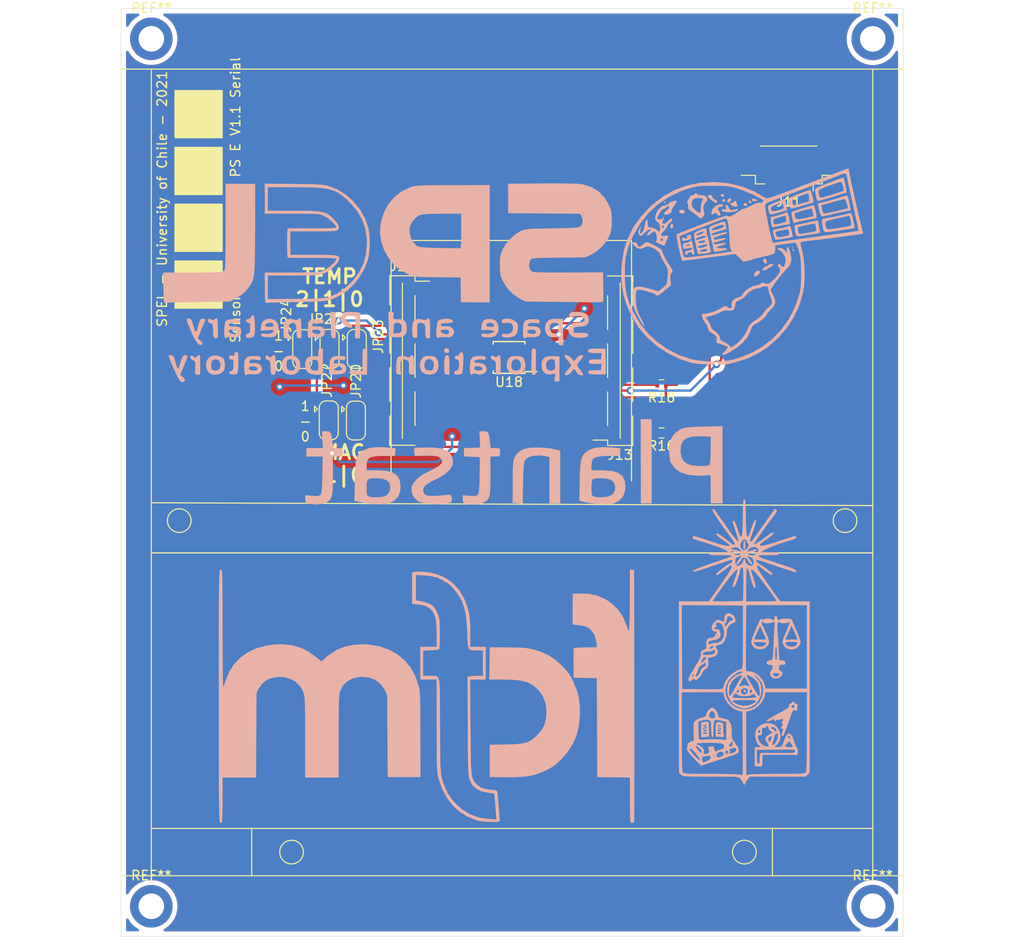
<source format=kicad_pcb>
(kicad_pcb (version 20171130) (host pcbnew "(5.1.2)-2")
  (layers (0 F.Cu signal) (31 B.Cu signal) (34 B.Paste user) (35 F.Paste user) (36 B.SilkS user) (37 F.SilkS user) (38 B.Mask user) (39 F.Mask user) (44 Edge.Cuts user))
  (net 0 "")
  (net 1 RPI_SCL)
  (net 2 RPI_SDA)
  (net 3 GND)
  (net 4 MAG_3V3)
  (net 5 "Net-(J13-Pad5)")
  (net 6 "Net-(J13-Pad6)")
  (net 7 MAG2_BIT0)
  (net 8 MAG2_BIT1)
  (net 9 "Net-(J15-Pad2)")
  (net 10 "Net-(J15-Pad4)")
  (net 11 "Net-(J15-Pad1)")
  (net 12 MAG2_A0)
  (net 13 MAG2_A2)
  (net 14 MAG2_A1)
  (net 15 "Net-(U18-Pad3)")
  (module L86:plantsat2 (layer B.Cu) (at 163.03 189.08 180)
    (fp_text reference G*** hide)
    (fp_text value LOGO hide)
  )
  (module L86:SPEL_logo (layer B.Cu) (at 163.02 169.2 180)
    (fp_text reference G*** hide)
    (fp_text value LOGO hide)
  )
  (module L86:FCFM (layer B.Cu) (at 163.95 212.06 180)
    (fp_text reference G*** hide)
    (fp_text value LOGO hide)
  )
  (module Mounting_Holes:MountingHole_2.7mm_M2.5_ISO14580_Pad (layer F.Cu) (at 200.99 235.81)
    (fp_text reference REF** (at 0 -3.25) (layer F.SilkS))
    (fp_text value MountingHole_2.7mm_M2.5_ISO14580_Pad)
    (pad 1 thru_hole circle (at 0 0) (size 4.5 4.5) (drill 2.7) (layers *.Cu *.Mask))
  )
  (module Mounting_Holes:MountingHole_2.7mm_M2.5_ISO14580_Pad (layer F.Cu) (at 124.8 235.82)
    (fp_text reference REF** (at 0 -3.25) (layer F.SilkS))
    (fp_text value MountingHole_2.7mm_M2.5_ISO14580_Pad)
    (pad 1 thru_hole circle (at 0 0) (size 4.5 4.5) (drill 2.7) (layers *.Cu *.Mask))
  )
  (module Mounting_Holes:MountingHole_2.7mm_M2.5_ISO14580_Pad (layer F.Cu) (at 201 144.21)
    (fp_text reference REF** (at 0 -3.25) (layer F.SilkS))
    (fp_text value MountingHole_2.7mm_M2.5_ISO14580_Pad)
    (pad 1 thru_hole circle (at 0 0) (size 4.5 4.5) (drill 2.7) (layers *.Cu *.Mask))
  )
  (module Mounting_Holes:MountingHole_2.7mm_M2.5_ISO14580_Pad (layer F.Cu) (at 124.8 144.2)
    (fp_text reference REF** (at 0 -3.25) (layer F.SilkS))
    (fp_text value MountingHole_2.7mm_M2.5_ISO14580_Pad)
    (pad 1 thru_hole circle (at 0 0) (size 4.5 4.5) (drill 2.7) (layers *.Cu *.Mask))
  )
  (module Connectors_Molex:Molex_PicoBlade_53398-0471_04x1.25mm_Straight (layer F.Cu) (at 192.13 158.15 180)
    (fp_text reference J11 (at 0 -3.25) (layer F.SilkS))
    (fp_text value Conn_01x04_Male)
    (pad 1 smd rect (at -1.875 -1.375 180) (size 0.8 1.5) (layers F.Cu F.Paste F.Mask) (net 3 GND))
    (pad 2 smd rect (at -0.625 -1.375 180) (size 0.8 1.5) (layers F.Cu F.Paste F.Mask) (net 2 RPI_SDA))
    (pad 3 smd rect (at 0.625 -1.375 180) (size 0.8 1.5) (layers F.Cu F.Paste F.Mask) (net 1 RPI_SCL))
    (pad 4 smd rect (at 1.875 -1.375 180) (size 0.8 1.5) (layers F.Cu F.Paste F.Mask) (net 4 MAG_3V3))
    (pad "" smd rect (at -4.375 1.375 180) (size 2.2 3.1) (layers F.Cu F.Paste F.Mask))
    (pad "" smd rect (at 4.375 1.375 180) (size 2.2 3.1) (layers F.Cu F.Paste F.Mask))
  )
  (module Pin_Headers:Pin_Header_Straight_1x07_Pitch2.54mm_SMD_Pin1Right (layer F.Cu) (at 174.32 178.2 180)
    (fp_text reference J13 (at 0 -9.95) (layer F.SilkS))
    (fp_text value Conn_01x07_Female)
    (pad 7 smd rect (at 1.655 7.62 180) (size 2.51 1) (layers F.Cu F.Paste F.Mask) (net 3 GND))
    (pad 5 smd rect (at 1.655 2.54 180) (size 2.51 1) (layers F.Cu F.Paste F.Mask) (net 5 "Net-(J13-Pad5)"))
    (pad 3 smd rect (at 1.655 -2.54 180) (size 2.51 1) (layers F.Cu F.Paste F.Mask) (net 2 RPI_SDA))
    (pad 1 smd rect (at 1.655 -7.62 180) (size 2.51 1) (layers F.Cu F.Paste F.Mask) (net 1 RPI_SCL))
    (pad 6 smd rect (at -1.655 5.08 180) (size 2.51 1) (layers F.Cu F.Paste F.Mask) (net 6 "Net-(J13-Pad6)"))
    (pad 4 smd rect (at -1.655 0 180) (size 2.51 1) (layers F.Cu F.Paste F.Mask) (net 7 MAG2_BIT0))
    (pad 2 smd rect (at -1.655 -5.08 180) (size 2.51 1) (layers F.Cu F.Paste F.Mask) (net 8 MAG2_BIT1))
  )
  (module Pin_Headers:Pin_Header_Straight_1x07_Pitch2.54mm_SMD_Pin1Right (layer F.Cu) (at 151.32 178.18)
    (fp_text reference J15 (at 0 -9.95) (layer F.SilkS))
    (fp_text value Conn_01x07_Female)
    (pad 2 smd rect (at -1.655 -5.08) (size 2.51 1) (layers F.Cu F.Paste F.Mask) (net 9 "Net-(J15-Pad2)"))
    (pad 4 smd rect (at -1.655 0) (size 2.51 1) (layers F.Cu F.Paste F.Mask) (net 10 "Net-(J15-Pad4)"))
    (pad 6 smd rect (at -1.655 5.08) (size 2.51 1) (layers F.Cu F.Paste F.Mask) (net 4 MAG_3V3))
    (pad 1 smd rect (at 1.655 -7.62) (size 2.51 1) (layers F.Cu F.Paste F.Mask) (net 11 "Net-(J15-Pad1)"))
    (pad 3 smd rect (at 1.655 -2.54) (size 2.51 1) (layers F.Cu F.Paste F.Mask) (net 4 MAG_3V3))
    (pad 5 smd rect (at 1.655 2.54) (size 2.51 1) (layers F.Cu F.Paste F.Mask) (net 4 MAG_3V3))
    (pad 7 smd rect (at 1.655 7.62) (size 2.51 1) (layers F.Cu F.Paste F.Mask) (net 3 GND))
  )
  (module Jumper:SolderJumper-3_P1.3mm_Open_RoundedPad1.0x1.5mm (layer F.Cu) (at 146.41 184.52 270)
    (fp_text reference JP20 (at -4.16 -0.01 90) (layer F.SilkS))
    (fp_text value Jumper_3_Open)
    (pad 1 smd custom (at -1.3 0 270) (size 1 0.5) (layers F.Cu F.Mask) (net 4 MAG_3V3) (options (clearance outline) (anchor rect)) (primitives (gr_circle (center 0 0.25) (end 0.5 0.25) (width 0)) (gr_circle (center 0 -0.25) (end 0.5 -0.25) (width 0)) (gr_poly (pts (xy 0.55 -0.75) (xy 0 -0.75) (xy 0 0.75) (xy 0.55 0.75)) (width 0))))
    (pad 3 smd custom (at 1.3 0 270) (size 1 0.5) (layers F.Cu F.Mask) (net 3 GND) (options (clearance outline) (anchor rect)) (primitives (gr_circle (center 0 0.25) (end 0.5 0.25) (width 0)) (gr_circle (center 0 -0.25) (end 0.5 -0.25) (width 0)) (gr_poly (pts (xy -0.55 -0.75) (xy 0 -0.75) (xy 0 0.75) (xy -0.55 0.75)) (width 0))))
    (pad 2 smd rect (at 0 0 270) (size 1 1.5) (layers F.Cu F.Mask) (net 7 MAG2_BIT0))
  )
  (module Jumper:SolderJumper-3_P1.3mm_Open_RoundedPad1.0x1.5mm (layer F.Cu) (at 143.54 184.5 270)
    (fp_text reference JP22 (at -4.21 0.19 90) (layer F.SilkS))
    (fp_text value Jumper_3_Open)
    (pad 2 smd rect (at 0 0 270) (size 1 1.5) (layers F.Cu F.Mask) (net 8 MAG2_BIT1))
    (pad 3 smd custom (at 1.3 0 270) (size 1 0.5) (layers F.Cu F.Mask) (net 3 GND) (options (clearance outline) (anchor rect)) (primitives (gr_circle (center 0 0.25) (end 0.5 0.25) (width 0)) (gr_circle (center 0 -0.25) (end 0.5 -0.25) (width 0)) (gr_poly (pts (xy -0.55 -0.75) (xy 0 -0.75) (xy 0 0.75) (xy -0.55 0.75)) (width 0))))
    (pad 1 smd custom (at -1.3 0 270) (size 1 0.5) (layers F.Cu F.Mask) (net 4 MAG_3V3) (options (clearance outline) (anchor rect)) (primitives (gr_circle (center 0 0.25) (end 0.5 0.25) (width 0)) (gr_circle (center 0 -0.25) (end 0.5 -0.25) (width 0)) (gr_poly (pts (xy 0.55 -0.75) (xy 0 -0.75) (xy 0 0.75) (xy 0.55 0.75)) (width 0))))
  )
  (module Resistors_SMD:R_0402 (layer F.Cu) (at 178.7 185.83 180)
    (fp_text reference R16 (at 0 -1.35) (layer F.SilkS))
    (fp_text value R)
    (pad 2 smd rect (at 0.45 0 180) (size 0.4 0.6) (layers F.Cu F.Paste F.Mask) (net 1 RPI_SCL))
    (pad 1 smd rect (at -0.45 0 180) (size 0.4 0.6) (layers F.Cu F.Paste F.Mask) (net 4 MAG_3V3))
  )
  (module Resistors_SMD:R_0402 (layer F.Cu) (at 178.69 180.74 180)
    (fp_text reference R18 (at 0 -1.35) (layer F.SilkS))
    (fp_text value R)
    (pad 1 smd rect (at -0.45 0 180) (size 0.4 0.6) (layers F.Cu F.Paste F.Mask) (net 4 MAG_3V3))
    (pad 2 smd rect (at 0.45 0 180) (size 0.4 0.6) (layers F.Cu F.Paste F.Mask) (net 2 RPI_SDA))
  )
  (module Jumper:SolderJumper-3_P1.3mm_Open_RoundedPad1.0x1.5mm (layer F.Cu) (at 146.5 176.95 270)
    (fp_text reference JP23 (at -1.29 -2.27 90) (layer F.SilkS))
    (fp_text value Jumper_3_Open)
    (pad 1 smd custom (at -1.3 0 270) (size 1 0.5) (layers F.Cu F.Mask) (net 4 MAG_3V3) (options (clearance outline) (anchor rect)) (primitives (gr_circle (center 0 0.25) (end 0.5 0.25) (width 0)) (gr_circle (center 0 -0.25) (end 0.5 -0.25) (width 0)) (gr_poly (pts (xy 0.55 -0.75) (xy 0 -0.75) (xy 0 0.75) (xy 0.55 0.75)) (width 0))))
    (pad 3 smd custom (at 1.3 0 270) (size 1 0.5) (layers F.Cu F.Mask) (net 3 GND) (options (clearance outline) (anchor rect)) (primitives (gr_circle (center 0 0.25) (end 0.5 0.25) (width 0)) (gr_circle (center 0 -0.25) (end 0.5 -0.25) (width 0)) (gr_poly (pts (xy -0.55 -0.75) (xy 0 -0.75) (xy 0 0.75) (xy -0.55 0.75)) (width 0))))
    (pad 2 smd rect (at 0 0 270) (size 1 1.5) (layers F.Cu F.Mask) (net 12 MAG2_A0))
  )
  (module Jumper:SolderJumper-3_P1.3mm_Open_RoundedPad1.0x1.5mm (layer F.Cu) (at 140.74 176.97 270)
    (fp_text reference JP24 (at -3.57 1.68 90) (layer F.SilkS))
    (fp_text value Jumper_3_Open)
    (pad 2 smd rect (at 0 0 270) (size 1 1.5) (layers F.Cu F.Mask) (net 13 MAG2_A2))
    (pad 3 smd custom (at 1.3 0 270) (size 1 0.5) (layers F.Cu F.Mask) (net 3 GND) (options (clearance outline) (anchor rect)) (primitives (gr_circle (center 0 0.25) (end 0.5 0.25) (width 0)) (gr_circle (center 0 -0.25) (end 0.5 -0.25) (width 0)) (gr_poly (pts (xy -0.55 -0.75) (xy 0 -0.75) (xy 0 0.75) (xy -0.55 0.75)) (width 0))))
    (pad 1 smd custom (at -1.3 0 270) (size 1 0.5) (layers F.Cu F.Mask) (net 4 MAG_3V3) (options (clearance outline) (anchor rect)) (primitives (gr_circle (center 0 0.25) (end 0.5 0.25) (width 0)) (gr_circle (center 0 -0.25) (end 0.5 -0.25) (width 0)) (gr_poly (pts (xy 0.55 -0.75) (xy 0 -0.75) (xy 0 0.75) (xy 0.55 0.75)) (width 0))))
  )
  (module Jumper:SolderJumper-3_P1.3mm_Open_RoundedPad1.0x1.5mm (layer F.Cu) (at 143.62 176.95 270)
    (fp_text reference JP27 (at -3.15 0.53 180) (layer F.SilkS))
    (fp_text value Jumper_3_Open)
    (pad 1 smd custom (at -1.3 0 270) (size 1 0.5) (layers F.Cu F.Mask) (net 4 MAG_3V3) (options (clearance outline) (anchor rect)) (primitives (gr_circle (center 0 0.25) (end 0.5 0.25) (width 0)) (gr_circle (center 0 -0.25) (end 0.5 -0.25) (width 0)) (gr_poly (pts (xy 0.55 -0.75) (xy 0 -0.75) (xy 0 0.75) (xy 0.55 0.75)) (width 0))))
    (pad 3 smd custom (at 1.3 0 270) (size 1 0.5) (layers F.Cu F.Mask) (net 3 GND) (options (clearance outline) (anchor rect)) (primitives (gr_circle (center 0 0.25) (end 0.5 0.25) (width 0)) (gr_circle (center 0 -0.25) (end 0.5 -0.25) (width 0)) (gr_poly (pts (xy -0.55 -0.75) (xy 0 -0.75) (xy 0 0.75) (xy -0.55 0.75)) (width 0))))
    (pad 2 smd rect (at 0 0 270) (size 1 1.5) (layers F.Cu F.Mask) (net 14 MAG2_A1))
  )
  (module Housings_SSOP:MSOP-8_3x3mm_Pitch0.65mm (layer F.Cu) (at 162.58 177.855 180)
    (fp_text reference U18 (at 0 -2.6) (layer F.SilkS))
    (fp_text value MCP9804_MSOP)
    (pad 1 smd rect (at -2.2 -0.975 180) (size 1.45 0.45) (layers F.Cu F.Paste F.Mask) (net 2 RPI_SDA))
    (pad 2 smd rect (at -2.2 -0.325 180) (size 1.45 0.45) (layers F.Cu F.Paste F.Mask) (net 1 RPI_SCL))
    (pad 3 smd rect (at -2.2 0.325 180) (size 1.45 0.45) (layers F.Cu F.Paste F.Mask) (net 15 "Net-(U18-Pad3)"))
    (pad 4 smd rect (at -2.2 0.975 180) (size 1.45 0.45) (layers F.Cu F.Paste F.Mask) (net 3 GND))
    (pad 5 smd rect (at 2.2 0.975 180) (size 1.45 0.45) (layers F.Cu F.Paste F.Mask) (net 13 MAG2_A2))
    (pad 6 smd rect (at 2.2 0.325 180) (size 1.45 0.45) (layers F.Cu F.Paste F.Mask) (net 14 MAG2_A1))
    (pad 7 smd rect (at 2.2 -0.325 180) (size 1.45 0.45) (layers F.Cu F.Paste F.Mask) (net 12 MAG2_A0))
    (pad 8 smd rect (at 2.2 -0.975 180) (size 1.45 0.45) (layers F.Cu F.Paste F.Mask) (net 4 MAG_3V3))
  )
  (gr_text "1\n-\n0" (at 141.06 184.61) (layer F.SilkS) (effects (font (size 1 1))))
  (gr_text "1\n-\n0" (at 138.24 177.17) (layer F.SilkS) (effects (font (size 1 1))))
  (gr_text "TEMP\n2|1|0" (at 143.62 170.51) (layer F.SilkS) (effects (font (size 1.5 1.5) (thickness 0.3))))
  (gr_text "MAG\n1|0" (at 145.13 189.08) (layer F.SilkS) (effects (font (size 1.5 1.5) (thickness 0.3))))
  (gr_poly (pts (xy 127.29 161.66) (xy 132.29 161.66) (xy 132.29 166.66) (xy 127.29 166.66)) (layer F.SilkS) (width 0.1))
  (gr_poly (pts (xy 127.29 155.66) (xy 132.29 155.66) (xy 132.29 160.66) (xy 127.29 160.66)) (layer F.SilkS) (width 0.1))
  (gr_poly (pts (xy 127.29 167.66) (xy 132.29 167.66) (xy 132.29 172.66) (xy 127.29 172.66)) (layer F.SilkS) (width 0.1))
  (gr_poly (pts (xy 127.29 149.66) (xy 132.29 149.66) (xy 132.29 154.66) (xy 127.29 154.66)) (layer F.SilkS) (width 0.1))
  (gr_text "SPEL - University of Chile - 2021" (at 125.94 161.11 90) (layer F.SilkS) (effects (font (size 1 1))))
  (gr_text "Sensor Board Panel A PS E V1.1 Serial" (at 133.69 161.21 90) (layer F.SilkS) (effects (font (size 1 1))))
  (gr_line (start 190.4 227.6) (end 190.4 232.6) (layer F.SilkS) (width 0.12))
  (gr_line (start 135.4 227.6) (end 135.4 232.6) (layer F.SilkS) (width 0.12))
  (gr_circle (center 139.61 230.1) (end 140.86 230.1) (layer F.SilkS) (width 0.12))
  (gr_circle (center 187.44 230.1) (end 188.69 230.1) (layer F.SilkS) (width 0.12))
  (gr_line (start 151.32 186.399978) (end 151.32 170) (layer F.SilkS) (width 0.12))
  (gr_line (start 174.32 186.4) (end 174.32 170) (layer F.SilkS) (width 0.12))
  (gr_line (start 175.52 165.5) (end 150.12 165.5) (layer F.SilkS) (width 0.12))
  (gr_line (start 150.12 190.9) (end 150.12 165.5) (layer F.SilkS) (width 0.12))
  (gr_line (start 175.52 190.9) (end 175.52 165.5) (layer F.SilkS) (width 0.12))
  (gr_circle (center 127.75 195.09) (end 129 195.09) (layer F.SilkS) (width 0.12))
  (gr_circle (center 198.07 195.089967) (end 196.82 195.08) (layer F.SilkS) (width 0.12))
  (gr_line (start 201 198.5) (end 124.8 198.5) (layer F.SilkS) (width 0.12))
  (gr_line (start 201 227.6) (end 124.8 227.6) (layer F.SilkS) (width 0.12))
  (gr_line (start 201 193.5) (end 124.8 193.2) (layer F.SilkS) (width 0.12))
  (gr_circle (center 201 235.8) (end 202.25 235.8) (layer F.SilkS) (width 0.12))
  (gr_circle (center 124.8 235.8) (end 126.05 235.8) (layer F.SilkS) (width 0.12))
  (gr_line (start 204.2 239) (end 121.6 239) (layer Edge.Cuts) (width 0.05))
  (gr_circle (center 124.8 144.2) (end 126.05 144.2) (layer F.SilkS) (width 0.12))
  (gr_circle (center 201 144.2) (end 202.25 144.2) (layer F.SilkS) (width 0.12))
  (gr_line (start 204.2 141) (end 204.2 239) (layer Edge.Cuts) (width 0.05))
  (gr_line (start 121.6 239) (end 121.6 141) (layer Edge.Cuts) (width 0.05))
  (gr_line (start 121.6 141) (end 204.2 141) (layer Edge.Cuts) (width 0.05))
  (gr_line (start 201 147.4) (end 201 232.6) (layer F.SilkS) (width 0.12))
  (gr_line (start 124.8 232.6) (end 124.8 147.4) (layer F.SilkS) (width 0.12))
  (gr_line (start 121.6 232.6) (end 204.2 232.6) (layer F.SilkS) (width 0.12))
  (gr_line (start 204.2 147.4) (end 121.6 147.4) (layer F.SilkS) (width 0.12))
  (segment (start 178.24 185.82) (end 178.25 185.83) (width 0.25) (layer F.Cu) (net 1))
  (segment (start 172.665 185.82) (end 178.24 185.82) (width 0.25) (layer F.Cu) (net 1))
  (segment (start 174.34 184.61) (end 173.13 185.82) (width 0.25) (layer F.Cu) (net 1))
  (segment (start 177.77 184.61) (end 174.34 184.61) (width 0.25) (layer F.Cu) (net 1))
  (segment (start 178.26 184.12) (end 177.77 184.61) (width 0.25) (layer F.Cu) (net 1))
  (segment (start 178.26 182.59) (end 178.26 184.12) (width 0.25) (layer F.Cu) (net 1))
  (segment (start 165.84 179.74) (end 168.205001 177.374999) (width 0.25) (layer F.Cu) (net 1))
  (segment (start 163.69 179.74) (end 165.84 179.74) (width 0.25) (layer F.Cu) (net 1))
  (segment (start 163.26 178.66) (end 163.26 179.31) (width 0.25) (layer F.Cu) (net 1))
  (segment (start 178.09 177.69) (end 178.09 178.82) (width 0.25) (layer F.Cu) (net 1))
  (segment (start 164.78 178.18) (end 163.74 178.18) (width 0.25) (layer F.Cu) (net 1))
  (segment (start 168.205001 177.374999) (end 177.774999 177.374999) (width 0.25) (layer F.Cu) (net 1))
  (segment (start 163.74 178.18) (end 163.26 178.66) (width 0.25) (layer F.Cu) (net 1))
  (segment (start 178.09 178.82) (end 177.67001 179.23999) (width 0.25) (layer F.Cu) (net 1))
  (segment (start 177.774999 177.374999) (end 178.09 177.69) (width 0.25) (layer F.Cu) (net 1))
  (segment (start 177.67001 179.23999) (end 171.13001 179.23999) (width 0.25) (layer F.Cu) (net 1))
  (segment (start 171.13001 179.23999) (end 170.32 180.05) (width 0.25) (layer F.Cu) (net 1))
  (segment (start 171.16 182.08) (end 177.75 182.08) (width 0.25) (layer F.Cu) (net 1))
  (segment (start 173.13 185.82) (end 172.665 185.82) (width 0.25) (layer F.Cu) (net 1))
  (segment (start 170.32 180.05) (end 170.32 181.24) (width 0.25) (layer F.Cu) (net 1))
  (segment (start 170.32 181.24) (end 171.16 182.08) (width 0.25) (layer F.Cu) (net 1))
  (segment (start 163.26 179.31) (end 163.69 179.74) (width 0.25) (layer F.Cu) (net 1))
  (segment (start 177.75 182.08) (end 178.26 182.59) (width 0.25) (layer F.Cu) (net 1))
  (segment (start 172.665 187.085) (end 173.73 188.15) (width 0.25) (layer F.Cu) (net 1))
  (segment (start 172.665 185.82) (end 172.665 187.085) (width 0.25) (layer F.Cu) (net 1))
  (segment (start 173.73 188.15) (end 179.45 188.15) (width 0.25) (layer F.Cu) (net 1))
  (segment (start 183.769999 183.830001) (end 183.675 183.925) (width 0.25) (layer F.Cu) (net 1))
  (segment (start 183.769999 168.480001) (end 183.769999 183.830001) (width 0.25) (layer F.Cu) (net 1))
  (segment (start 191.505 160.745) (end 183.769999 168.480001) (width 0.25) (layer F.Cu) (net 1))
  (segment (start 191.505 159.525) (end 191.505 160.745) (width 0.25) (layer F.Cu) (net 1))
  (segment (start 179.45 188.15) (end 183.675 183.925) (width 0.25) (layer F.Cu) (net 1))
  (segment (start 183.675 183.925) (end 183.77 183.83) (width 0.25) (layer F.Cu) (net 1))
  (segment (start 165.755 178.83) (end 164.78 178.83) (width 0.25) (layer F.Cu) (net 2))
  (segment (start 167.905 176.68) (end 165.755 178.83) (width 0.25) (layer F.Cu) (net 2))
  (segment (start 173.055 180.35) (end 177.196411 180.35) (width 0.25) (layer F.Cu) (net 2))
  (segment (start 172.665 180.74) (end 173.055 180.35) (width 0.25) (layer F.Cu) (net 2))
  (segment (start 177.196411 180.35) (end 178.58 178.966411) (width 0.25) (layer F.Cu) (net 2))
  (segment (start 178.58 178.966411) (end 178.58 177.44) (width 0.25) (layer F.Cu) (net 2))
  (segment (start 178.58 177.44) (end 177.82 176.68) (width 0.25) (layer F.Cu) (net 2))
  (segment (start 177.82 176.68) (end 167.905 176.68) (width 0.25) (layer F.Cu) (net 2))
  (segment (start 172.665 180.74) (end 178.24 180.74) (width 0.25) (layer F.Cu) (net 2))
  (via (at 184.495 178.59) (size 0.8) (drill 0.4) (layers F.Cu B.Cu) (net 2))
  (segment (start 184.095001 178.989999) (end 184.095001 179.014999) (width 0.25) (layer B.Cu) (net 2))
  (segment (start 184.495 178.59) (end 184.095001 178.989999) (width 0.25) (layer B.Cu) (net 2))
  (via (at 175.41 181.355) (size 0.8) (drill 0.4) (layers F.Cu B.Cu) (net 2))
  (segment (start 184.095001 179.014999) (end 181.755 181.355) (width 0.25) (layer B.Cu) (net 2))
  (segment (start 181.755 181.355) (end 175.41 181.355) (width 0.25) (layer B.Cu) (net 2))
  (segment (start 173.28 181.355) (end 172.665 180.74) (width 0.25) (layer F.Cu) (net 2))
  (segment (start 175.41 181.355) (end 173.28 181.355) (width 0.25) (layer F.Cu) (net 2))
  (segment (start 192.755 160.525) (end 192.755 159.525) (width 0.25) (layer F.Cu) (net 2))
  (segment (start 192.76 160.53) (end 192.755 160.525) (width 0.25) (layer F.Cu) (net 2))
  (segment (start 192.76 160.98) (end 192.76 160.53) (width 0.25) (layer F.Cu) (net 2))
  (segment (start 184.99 168.75) (end 192.76 160.98) (width 0.25) (layer F.Cu) (net 2))
  (segment (start 184.495 178.59) (end 184.99 178.095) (width 0.25) (layer F.Cu) (net 2))
  (segment (start 184.99 178.095) (end 184.99 168.75) (width 0.25) (layer F.Cu) (net 2))
  (via (at 145.09 180.82) (size 0.8) (drill 0.4) (layers F.Cu B.Cu) (net 3))
  (via (at 138.35 180.96) (size 0.8) (drill 0.4) (layers F.Cu B.Cu) (net 3))
  (segment (start 143.62 179.35) (end 145.09 180.82) (width 0.25) (layer F.Cu) (net 3))
  (segment (start 143.62 178.25) (end 143.62 179.35) (width 0.25) (layer F.Cu) (net 3))
  (segment (start 138.49 180.82) (end 138.35 180.96) (width 0.25) (layer B.Cu) (net 3))
  (segment (start 145.09 180.82) (end 138.49 180.82) (width 0.25) (layer B.Cu) (net 3))
  (via (at 156.57 186.19) (size 0.8) (drill 0.4) (layers F.Cu B.Cu) (net 3))
  (segment (start 152.975 185.8) (end 156.18 185.8) (width 0.25) (layer F.Cu) (net 3))
  (segment (start 156.18 185.8) (end 156.57 186.19) (width 0.25) (layer F.Cu) (net 3))
  (segment (start 156.57 186.19) (end 156.57 186.755685) (width 0.25) (layer B.Cu) (net 3))
  (segment (start 156.57 186.755685) (end 156.57 187.4) (width 0.25) (layer B.Cu) (net 3))
  (segment (start 156.57 187.4) (end 155.08 188.89) (width 0.25) (layer B.Cu) (net 3))
  (via (at 143.87 187.97) (size 0.8) (drill 0.4) (layers F.Cu B.Cu) (net 3))
  (segment (start 155.08 188.89) (end 144.79 188.89) (width 0.25) (layer B.Cu) (net 3))
  (segment (start 144.79 188.89) (end 143.87 187.97) (width 0.25) (layer B.Cu) (net 3))
  (segment (start 143.87 186.13) (end 143.54 185.8) (width 0.25) (layer F.Cu) (net 3))
  (segment (start 143.87 187.97) (end 143.87 186.13) (width 0.25) (layer F.Cu) (net 3))
  (via (at 167.84 175.4) (size 0.8) (drill 0.4) (layers F.Cu B.Cu) (net 3))
  (segment (start 164.78 176.88) (end 166.36 176.88) (width 0.25) (layer F.Cu) (net 3))
  (segment (start 166.36 176.88) (end 167.84 175.4) (width 0.25) (layer F.Cu) (net 3))
  (segment (start 167.84 175.4) (end 168.239999 175.000001) (width 0.25) (layer B.Cu) (net 3))
  (via (at 170.55 172.69) (size 0.8) (drill 0.4) (layers F.Cu B.Cu) (net 3))
  (segment (start 168.239999 175.000001) (end 170.55 172.69) (width 0.25) (layer B.Cu) (net 3))
  (segment (start 172.66 170.58) (end 172.665 170.58) (width 0.25) (layer F.Cu) (net 3))
  (segment (start 170.55 172.69) (end 172.66 170.58) (width 0.25) (layer F.Cu) (net 3))
  (segment (start 143.6 175.67) (end 143.62 175.65) (width 0.25) (layer F.Cu) (net 4))
  (segment (start 140.74 175.67) (end 143.6 175.67) (width 0.25) (layer F.Cu) (net 4))
  (segment (start 146.39 183.2) (end 146.41 183.22) (width 0.25) (layer F.Cu) (net 4))
  (segment (start 143.54 183.2) (end 146.39 183.2) (width 0.25) (layer F.Cu) (net 4))
  (segment (start 149.625 183.22) (end 149.665 183.26) (width 0.25) (layer F.Cu) (net 4))
  (segment (start 146.41 183.22) (end 149.625 183.22) (width 0.25) (layer F.Cu) (net 4))
  (segment (start 152.975 180.72) (end 156.58 180.72) (width 0.25) (layer F.Cu) (net 4))
  (segment (start 158.47 178.83) (end 160.38 178.83) (width 0.25) (layer F.Cu) (net 4))
  (segment (start 156.58 180.72) (end 158.47 178.83) (width 0.25) (layer F.Cu) (net 4))
  (segment (start 151.17 183.26) (end 149.665 183.26) (width 0.25) (layer F.Cu) (net 4))
  (segment (start 151.185 183.26) (end 151.17 183.26) (width 0.25) (layer F.Cu) (net 4))
  (segment (start 152.975 181.47) (end 151.185 183.26) (width 0.25) (layer F.Cu) (net 4))
  (segment (start 152.975 180.72) (end 152.975 181.47) (width 0.25) (layer F.Cu) (net 4))
  (segment (start 143.084998 175.65) (end 142.28 176.454998) (width 0.25) (layer F.Cu) (net 4))
  (segment (start 143.62 175.65) (end 143.084998 175.65) (width 0.25) (layer F.Cu) (net 4))
  (segment (start 142.28 181.94) (end 143.54 183.2) (width 0.25) (layer F.Cu) (net 4))
  (segment (start 142.28 176.454998) (end 142.28 181.94) (width 0.25) (layer F.Cu) (net 4))
  (via (at 144.57 173.97) (size 0.8) (drill 0.4) (layers F.Cu B.Cu) (net 4))
  (segment (start 143.62 175.65) (end 143.62 174.92) (width 0.25) (layer F.Cu) (net 4))
  (segment (start 143.62 174.92) (end 144.57 173.97) (width 0.25) (layer F.Cu) (net 4))
  (via (at 148.8 175.235) (size 0.8) (drill 0.4) (layers F.Cu B.Cu) (net 4))
  (segment (start 148.8 175.22) (end 148.8 175.235) (width 0.25) (layer B.Cu) (net 4))
  (segment (start 147.54 173.96) (end 148.8 175.22) (width 0.25) (layer B.Cu) (net 4))
  (segment (start 144.57 173.97) (end 144.58 173.96) (width 0.25) (layer B.Cu) (net 4))
  (segment (start 144.58 173.96) (end 147.54 173.96) (width 0.25) (layer B.Cu) (net 4))
  (segment (start 152.755 175.42) (end 152.975 175.64) (width 0.25) (layer F.Cu) (net 4))
  (segment (start 148.8 175.235) (end 148.985 175.42) (width 0.25) (layer F.Cu) (net 4))
  (segment (start 148.985 175.42) (end 152.755 175.42) (width 0.25) (layer F.Cu) (net 4))
  (segment (start 152.695 175.92) (end 152.975 175.64) (width 0.25) (layer F.Cu) (net 4))
  (segment (start 146.5 175.65) (end 146.77 175.92) (width 0.25) (layer F.Cu) (net 4))
  (segment (start 146.77 175.92) (end 152.695 175.92) (width 0.25) (layer F.Cu) (net 4))
  (segment (start 179.14 185.82) (end 179.15 185.83) (width 0.25) (layer F.Cu) (net 4))
  (segment (start 179.14 180.74) (end 179.14 185.82) (width 0.25) (layer F.Cu) (net 4))
  (segment (start 179.14 180.19) (end 179.14 180.74) (width 0.25) (layer F.Cu) (net 4))
  (segment (start 179.14 176.88) (end 179.14 180.19) (width 0.25) (layer F.Cu) (net 4))
  (segment (start 161.355 178.83) (end 161.82 178.365) (width 0.25) (layer F.Cu) (net 4))
  (segment (start 161.82 178.365) (end 161.82 176.51) (width 0.25) (layer F.Cu) (net 4))
  (segment (start 161.82 176.51) (end 164.09 174.24) (width 0.25) (layer F.Cu) (net 4))
  (segment (start 164.09 174.24) (end 176.5 174.24) (width 0.25) (layer F.Cu) (net 4))
  (segment (start 160.38 178.83) (end 161.355 178.83) (width 0.25) (layer F.Cu) (net 4))
  (segment (start 176.5 174.24) (end 179.14 176.88) (width 0.25) (layer F.Cu) (net 4))
  (segment (start 180.29 180.74) (end 179.14 180.74) (width 0.25) (layer F.Cu) (net 4))
  (segment (start 182.52 178.51) (end 180.29 180.74) (width 0.25) (layer F.Cu) (net 4))
  (segment (start 182.52 168.26) (end 182.52 178.51) (width 0.25) (layer F.Cu) (net 4))
  (segment (start 190.255 159.525) (end 190.255 160.525) (width 0.25) (layer F.Cu) (net 4))
  (segment (start 190.255 160.525) (end 182.52 168.26) (width 0.25) (layer F.Cu) (net 4))
  (segment (start 168.48 178.2) (end 175.975 178.2) (width 0.25) (layer F.Cu) (net 7))
  (segment (start 146.41 184.52) (end 162.16 184.52) (width 0.25) (layer F.Cu) (net 7))
  (segment (start 162.16 184.52) (end 168.48 178.2) (width 0.25) (layer F.Cu) (net 7))
  (segment (start 144.54 184.5) (end 143.54 184.5) (width 0.25) (layer F.Cu) (net 8))
  (segment (start 165.87 183.28) (end 161.85 187.3) (width 0.25) (layer F.Cu) (net 8))
  (segment (start 175.975 183.28) (end 165.87 183.28) (width 0.25) (layer F.Cu) (net 8))
  (segment (start 161.85 187.3) (end 146.07 187.3) (width 0.25) (layer F.Cu) (net 8))
  (segment (start 146.07 187.3) (end 144.94 186.17) (width 0.25) (layer F.Cu) (net 8))
  (segment (start 144.94 186.17) (end 144.94 184.9) (width 0.25) (layer F.Cu) (net 8))
  (segment (start 144.94 184.9) (end 144.54 184.5) (width 0.25) (layer F.Cu) (net 8))
  (segment (start 159.405 178.18) (end 160.38 178.18) (width 0.25) (layer F.Cu) (net 12))
  (segment (start 152.00359 178.18) (end 159.405 178.18) (width 0.25) (layer F.Cu) (net 12))
  (segment (start 150.77359 176.95) (end 152.00359 178.18) (width 0.25) (layer F.Cu) (net 12))
  (segment (start 146.5 176.95) (end 150.77359 176.95) (width 0.25) (layer F.Cu) (net 12))
  (segment (start 159.405 176.88) (end 160.38 176.88) (width 0.25) (layer F.Cu) (net 13))
  (segment (start 140.280364 176.97) (end 139.48 176.169636) (width 0.25) (layer F.Cu) (net 13))
  (segment (start 140.74 176.97) (end 140.280364 176.97) (width 0.25) (layer F.Cu) (net 13))
  (segment (start 139.48 176.169636) (end 139.48 174.83) (width 0.25) (layer F.Cu) (net 13))
  (segment (start 139.48 174.83) (end 142.42 171.89) (width 0.25) (layer F.Cu) (net 13))
  (segment (start 142.42 171.89) (end 154.415 171.89) (width 0.25) (layer F.Cu) (net 13))
  (segment (start 154.415 171.89) (end 159.405 176.88) (width 0.25) (layer F.Cu) (net 13))
  (segment (start 159.405 177.53) (end 160.38 177.53) (width 0.25) (layer F.Cu) (net 14))
  (segment (start 157.46 177.53) (end 159.405 177.53) (width 0.25) (layer F.Cu) (net 14))
  (segment (start 144.22 176.95) (end 144.93 176.24) (width 0.25) (layer F.Cu) (net 14))
  (segment (start 143.62 176.95) (end 144.22 176.95) (width 0.25) (layer F.Cu) (net 14))
  (segment (start 144.93 176.24) (end 144.93 175.36) (width 0.25) (layer F.Cu) (net 14))
  (segment (start 144.93 175.36) (end 145.78 174.51) (width 0.25) (layer F.Cu) (net 14))
  (segment (start 145.78 174.51) (end 154.44 174.51) (width 0.25) (layer F.Cu) (net 14))
  (segment (start 154.44 174.51) (end 157.46 177.53) (width 0.25) (layer F.Cu) (net 14))
  (zone (net 3) (net_name GND) (layer F.Cu) (connect_pads (clearance 0.508)) (min_thickness 0.254) (fill yes (arc_segments 32) (thermal_gap 0.508) (thermal_bridge_width 0.508))
    (polygon (pts (xy 121.57 239.03) (xy 204.23 239.03) (xy 204.23 140.97) (xy 121.57 140.97)))
  )
  (zone (net 0) (net_name "") (layer B.Cu) (connect_pads (clearance 0.508)) (min_thickness 0.254) (fill yes (arc_segments 32) (thermal_gap 0.508) (thermal_bridge_width 0.508))
    (polygon (pts (xy 121.57 140.97) (xy 204.23 140.97) (xy 204.23 239.03) (xy 121.57 239.03)))
  )
)
</source>
